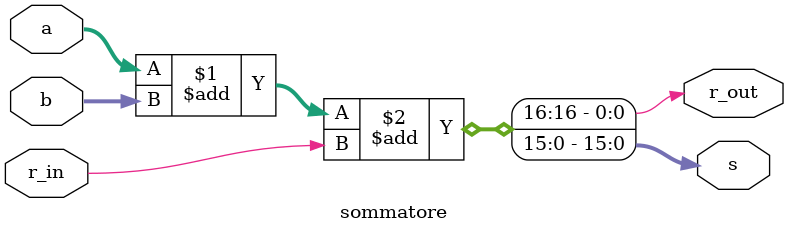
<source format=sv>
`timescale 1ns/1ps
module sommatore #(
    parameter N = 16
) (
    input logic [N-1:0] a, b,
    input logic r_in,
    output logic [N-1:0] s,
    output logic r_out
);
    
    assign {r_out, s} = a + b + r_in;
endmodule
</source>
